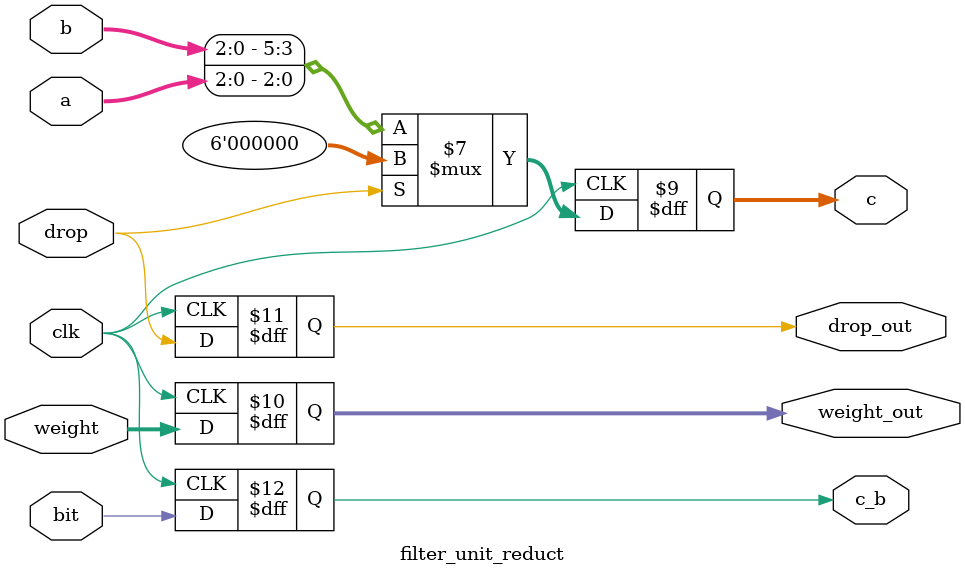
<source format=v>
`timescale 1ns / 1ps

module filter_unit_reduct(clk,a,b,bit,weight,drop,c,weight_out,c_b,drop_out);
input clk;
input [2:0] a,b;
input bit;
input [3:0] weight;
input drop;

output [5:0] c;
output c_b; 
output [3:0] weight_out;
output drop_out;

reg [5:0] c;
reg c_b; 
reg [3:0] weight_out;
reg drop_out;

always@(posedge clk)
begin
   c_b=bit;
end

always@(posedge clk)
begin
   drop_out=drop;
end

always@(posedge clk)
begin
   weight_out=weight;
end

always@(posedge clk)
begin
   if(drop==1'b0)
     begin
         c<={b,a};
     end
   else
     begin
         c<=6'b0;
     end
end

endmodule

</source>
